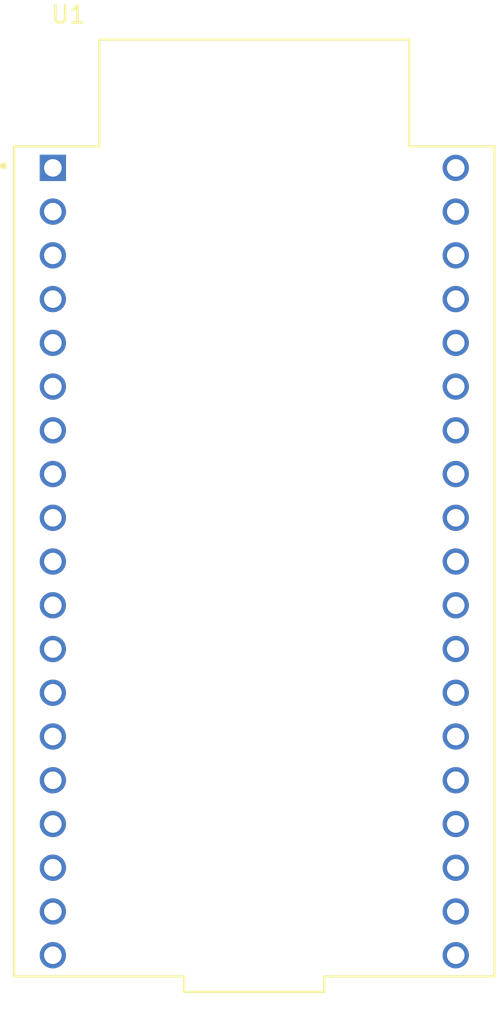
<source format=kicad_pcb>
(kicad_pcb (version 20211014) (generator pcbnew)
  (layers (0 "F.Cu" signal) (31 "B.Cu" signal) (34 "B.Paste" user) (35 "F.Paste" user) (36 "B.SilkS" user "B.Silkscreen") (37 "F.SilkS" user "F.Silkscreen") (38 "B.Mask" user) (39 "F.Mask" user) (44 "Edge.Cuts" user))
  (net 0 "")
  (footprint "ESP32-DEVKITC-32U:MODULE_ESP32-DEVKITC-AI-Thinker" (layer "F.Cu") (at 140.716 107.442)
    (fp_text reference "U1" (at -10.795 -31.75) (layer "F.SilkS"))
    (fp_text value "ESP32-DEVKITC-32U")
    (fp_line (start -4.07 25) (end 4.06 25) (layer "F.SilkS") (width 0.127))
    (fp_line (start 13.95 -24.1) (end 9 -24.1) (layer "F.SilkS") (width 0.127))
    (fp_line (start 9 -30.3) (end 9 -24.1) (layer "F.SilkS") (width 0.127))
    (fp_line (start 13.95 24.1) (end 13.95 -24.1) (layer "F.SilkS") (width 0.127))
    (fp_line (start -9 -24.1) (end -9 -30.3) (layer "F.SilkS") (width 0.127))
    (fp_line (start -13.95 -24.1) (end -13.95 24.1) (layer "F.SilkS") (width 0.127))
    (fp_line (start -13.95 24.1) (end -4.07 24.1) (layer "F.SilkS") (width 0.127))
    (fp_line (start -9 -30.3) (end 9 -30.3) (layer "F.SilkS") (width 0.127))
    (fp_line (start 4.06 24.1) (end 13.95 24.1) (layer "F.SilkS") (width 0.127))
    (fp_line (start -9 -24.1) (end -13.95 -24.1) (layer "F.SilkS") (width 0.127))
    (fp_line (start -4.07 24.1) (end -4.07 25) (layer "F.SilkS") (width 0.127))
    (fp_line (start 4.06 25) (end 4.06 24.1) (layer "F.SilkS") (width 0.127))
    (fp_circle (center -14.57 -22.97) (end -14.47 -22.97) (layer "F.SilkS") (width 0.2) (fill none))
    (pad "1" thru_hole rect locked (at -11.7 -22.85) (size 1.53 1.53) (drill 1.02) (layers *.Cu *.Mask))
    (pad "2" thru_hole circle locked (at -11.7 -20.31) (size 1.53 1.53) (drill 1.02) (layers *.Cu *.Mask))
    (pad "3" thru_hole circle locked (at -11.7 -17.77) (size 1.53 1.53) (drill 1.02) (layers *.Cu *.Mask))
    (pad "4" thru_hole circle locked (at -11.7 -15.23) (size 1.53 1.53) (drill 1.02) (layers *.Cu *.Mask))
    (pad "5" thru_hole circle locked (at -11.7 -12.69) (size 1.53 1.53) (drill 1.02) (layers *.Cu *.Mask))
    (pad "6" thru_hole circle locked (at -11.7 -10.15) (size 1.53 1.53) (drill 1.02) (layers *.Cu *.Mask))
    (pad "7" thru_hole circle locked (at -11.7 -7.61) (size 1.53 1.53) (drill 1.02) (layers *.Cu *.Mask))
    (pad "8" thru_hole circle locked (at -11.7 -5.07) (size 1.53 1.53) (drill 1.02) (layers *.Cu *.Mask))
    (pad "9" thru_hole circle locked (at -11.7 -2.53) (size 1.53 1.53) (drill 1.02) (layers *.Cu *.Mask))
    (pad "10" thru_hole circle locked (at -11.7 0.01) (size 1.53 1.53) (drill 1.02) (layers *.Cu *.Mask))
    (pad "11" thru_hole circle locked (at -11.7 2.55) (size 1.53 1.53) (drill 1.02) (layers *.Cu *.Mask))
    (pad "12" thru_hole circle locked (at -11.7 5.09) (size 1.53 1.53) (drill 1.02) (layers *.Cu *.Mask))
    (pad "13" thru_hole circle locked (at -11.7 7.63) (size 1.53 1.53) (drill 1.02) (layers *.Cu *.Mask))
    (pad "14" thru_hole circle locked (at -11.7 10.17) (size 1.53 1.53) (drill 1.02) (layers *.Cu *.Mask))
    (pad "15" thru_hole circle locked (at -11.7 12.71) (size 1.53 1.53) (drill 1.02) (layers *.Cu *.Mask))
    (pad "16" thru_hole circle locked (at -11.7 15.25) (size 1.53 1.53) (drill 1.02) (layers *.Cu *.Mask))
    (pad "17" thru_hole circle locked (at -11.7 17.79) (size 1.53 1.53) (drill 1.02) (layers *.Cu *.Mask))
    (pad "18" thru_hole circle locked (at -11.7 20.33) (size 1.53 1.53) (drill 1.02) (layers *.Cu *.Mask))
    (pad "19" thru_hole circle locked (at -11.7 22.87) (size 1.53 1.53) (drill 1.02) (layers *.Cu *.Mask))
    (pad "20" thru_hole circle locked (at 11.7 22.87) (size 1.53 1.53) (drill 1.02) (layers *.Cu *.Mask))
    (pad "21" thru_hole circle locked (at 11.7 20.33) (size 1.53 1.53) (drill 1.02) (layers *.Cu *.Mask))
    (pad "22" thru_hole circle locked (at 11.7 17.79) (size 1.53 1.53) (drill 1.02) (layers *.Cu *.Mask))
    (pad "23" thru_hole circle locked (at 11.7 15.25) (size 1.53 1.53) (drill 1.02) (layers *.Cu *.Mask))
    (pad "24" thru_hole circle locked (at 11.7 12.71) (size 1.53 1.53) (drill 1.02) (layers *.Cu *.Mask))
    (pad "25" thru_hole circle locked (at 11.7 10.17) (size 1.53 1.53) (drill 1.02) (layers *.Cu *.Mask))
    (pad "26" thru_hole circle locked (at 11.7 7.63) (size 1.53 1.53) (drill 1.02) (layers *.Cu *.Mask))
    (pad "27" thru_hole circle locked (at 11.7 5.09) (size 1.53 1.53) (drill 1.02) (layers *.Cu *.Mask))
    (pad "28" thru_hole circle locked (at 11.7 2.55) (size 1.53 1.53) (drill 1.02) (layers *.Cu *.Mask))
    (pad "29" thru_hole circle locked (at 11.7 0.01) (size 1.53 1.53) (drill 1.02) (layers *.Cu *.Mask))
    (pad "30" thru_hole circle locked (at 11.7 -2.53) (size 1.53 1.53) (drill 1.02) (layers *.Cu *.Mask))
    (pad "31" thru_hole circle locked (at 11.7 -5.07) (size 1.53 1.53) (drill 1.02) (layers *.Cu *.Mask))
    (pad "32" thru_hole circle locked (at 11.7 -7.61) (size 1.53 1.53) (drill 1.02) (layers *.Cu *.Mask))
    (pad "33" thru_hole circle locked (at 11.7 -10.15) (size 1.53 1.53) (drill 1.02) (layers *.Cu *.Mask))
    (pad "34" thru_hole circle locked (at 11.7 -12.69) (size 1.53 1.53) (drill 1.02) (layers *.Cu *.Mask))
    (pad "35" thru_hole circle locked (at 11.7 -15.23) (size 1.53 1.53) (drill 1.02) (layers *.Cu *.Mask))
    (pad "36" thru_hole circle locked (at 11.7 -17.77) (size 1.53 1.53) (drill 1.02) (layers *.Cu *.Mask))
    (pad "37" thru_hole circle locked (at 11.7 -20.31) (size 1.53 1.53) (drill 1.02) (layers *.Cu *.Mask))
    (pad "38" thru_hole circle locked (at 11.7 -22.85) (size 1.53 1.53) (drill 1.02) (layers *.Cu *.Mask))
  )
)
</source>
